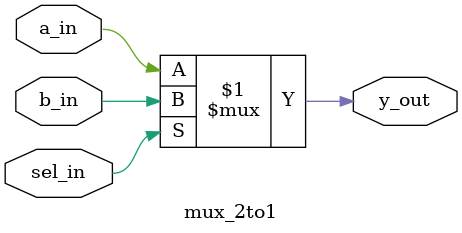
<source format=v>
`timescale 1ns / 1ps


module mux_2to1(
                    input a_in, b_in ,sel_in,
                    output y_out
    );
    
assign y_out = sel_in ? b_in : a_in;
endmodule

</source>
